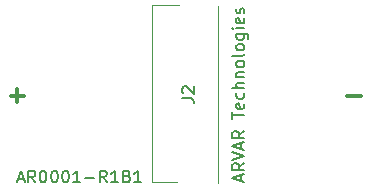
<source format=gto>
G04 #@! TF.FileFunction,Legend,Top*
%FSLAX46Y46*%
G04 Gerber Fmt 4.6, Leading zero omitted, Abs format (unit mm)*
G04 Created by KiCad (PCBNEW 4.0.7) date 12/19/17 23:32:23*
%MOMM*%
%LPD*%
G01*
G04 APERTURE LIST*
%ADD10C,0.100000*%
%ADD11C,0.150000*%
%ADD12C,0.300000*%
%ADD13C,0.120000*%
G04 APERTURE END LIST*
D10*
D11*
X135785714Y-107166667D02*
X136261905Y-107166667D01*
X135690476Y-107452381D02*
X136023809Y-106452381D01*
X136357143Y-107452381D01*
X137261905Y-107452381D02*
X136928571Y-106976190D01*
X136690476Y-107452381D02*
X136690476Y-106452381D01*
X137071429Y-106452381D01*
X137166667Y-106500000D01*
X137214286Y-106547619D01*
X137261905Y-106642857D01*
X137261905Y-106785714D01*
X137214286Y-106880952D01*
X137166667Y-106928571D01*
X137071429Y-106976190D01*
X136690476Y-106976190D01*
X137880952Y-106452381D02*
X137976191Y-106452381D01*
X138071429Y-106500000D01*
X138119048Y-106547619D01*
X138166667Y-106642857D01*
X138214286Y-106833333D01*
X138214286Y-107071429D01*
X138166667Y-107261905D01*
X138119048Y-107357143D01*
X138071429Y-107404762D01*
X137976191Y-107452381D01*
X137880952Y-107452381D01*
X137785714Y-107404762D01*
X137738095Y-107357143D01*
X137690476Y-107261905D01*
X137642857Y-107071429D01*
X137642857Y-106833333D01*
X137690476Y-106642857D01*
X137738095Y-106547619D01*
X137785714Y-106500000D01*
X137880952Y-106452381D01*
X138833333Y-106452381D02*
X138928572Y-106452381D01*
X139023810Y-106500000D01*
X139071429Y-106547619D01*
X139119048Y-106642857D01*
X139166667Y-106833333D01*
X139166667Y-107071429D01*
X139119048Y-107261905D01*
X139071429Y-107357143D01*
X139023810Y-107404762D01*
X138928572Y-107452381D01*
X138833333Y-107452381D01*
X138738095Y-107404762D01*
X138690476Y-107357143D01*
X138642857Y-107261905D01*
X138595238Y-107071429D01*
X138595238Y-106833333D01*
X138642857Y-106642857D01*
X138690476Y-106547619D01*
X138738095Y-106500000D01*
X138833333Y-106452381D01*
X139785714Y-106452381D02*
X139880953Y-106452381D01*
X139976191Y-106500000D01*
X140023810Y-106547619D01*
X140071429Y-106642857D01*
X140119048Y-106833333D01*
X140119048Y-107071429D01*
X140071429Y-107261905D01*
X140023810Y-107357143D01*
X139976191Y-107404762D01*
X139880953Y-107452381D01*
X139785714Y-107452381D01*
X139690476Y-107404762D01*
X139642857Y-107357143D01*
X139595238Y-107261905D01*
X139547619Y-107071429D01*
X139547619Y-106833333D01*
X139595238Y-106642857D01*
X139642857Y-106547619D01*
X139690476Y-106500000D01*
X139785714Y-106452381D01*
X141071429Y-107452381D02*
X140500000Y-107452381D01*
X140785714Y-107452381D02*
X140785714Y-106452381D01*
X140690476Y-106595238D01*
X140595238Y-106690476D01*
X140500000Y-106738095D01*
X141500000Y-107071429D02*
X142261905Y-107071429D01*
X143309524Y-107452381D02*
X142976190Y-106976190D01*
X142738095Y-107452381D02*
X142738095Y-106452381D01*
X143119048Y-106452381D01*
X143214286Y-106500000D01*
X143261905Y-106547619D01*
X143309524Y-106642857D01*
X143309524Y-106785714D01*
X143261905Y-106880952D01*
X143214286Y-106928571D01*
X143119048Y-106976190D01*
X142738095Y-106976190D01*
X144261905Y-107452381D02*
X143690476Y-107452381D01*
X143976190Y-107452381D02*
X143976190Y-106452381D01*
X143880952Y-106595238D01*
X143785714Y-106690476D01*
X143690476Y-106738095D01*
X145023810Y-106928571D02*
X145166667Y-106976190D01*
X145214286Y-107023810D01*
X145261905Y-107119048D01*
X145261905Y-107261905D01*
X145214286Y-107357143D01*
X145166667Y-107404762D01*
X145071429Y-107452381D01*
X144690476Y-107452381D01*
X144690476Y-106452381D01*
X145023810Y-106452381D01*
X145119048Y-106500000D01*
X145166667Y-106547619D01*
X145214286Y-106642857D01*
X145214286Y-106738095D01*
X145166667Y-106833333D01*
X145119048Y-106880952D01*
X145023810Y-106928571D01*
X144690476Y-106928571D01*
X146214286Y-107452381D02*
X145642857Y-107452381D01*
X145928571Y-107452381D02*
X145928571Y-106452381D01*
X145833333Y-106595238D01*
X145738095Y-106690476D01*
X145642857Y-106738095D01*
X154666667Y-107309525D02*
X154666667Y-106833334D01*
X154952381Y-107404763D02*
X153952381Y-107071430D01*
X154952381Y-106738096D01*
X154952381Y-105833334D02*
X154476190Y-106166668D01*
X154952381Y-106404763D02*
X153952381Y-106404763D01*
X153952381Y-106023810D01*
X154000000Y-105928572D01*
X154047619Y-105880953D01*
X154142857Y-105833334D01*
X154285714Y-105833334D01*
X154380952Y-105880953D01*
X154428571Y-105928572D01*
X154476190Y-106023810D01*
X154476190Y-106404763D01*
X153952381Y-105547620D02*
X154952381Y-105214287D01*
X153952381Y-104880953D01*
X154666667Y-104595239D02*
X154666667Y-104119048D01*
X154952381Y-104690477D02*
X153952381Y-104357144D01*
X154952381Y-104023810D01*
X154952381Y-103119048D02*
X154476190Y-103452382D01*
X154952381Y-103690477D02*
X153952381Y-103690477D01*
X153952381Y-103309524D01*
X154000000Y-103214286D01*
X154047619Y-103166667D01*
X154142857Y-103119048D01*
X154285714Y-103119048D01*
X154380952Y-103166667D01*
X154428571Y-103214286D01*
X154476190Y-103309524D01*
X154476190Y-103690477D01*
X153952381Y-102071429D02*
X153952381Y-101500000D01*
X154952381Y-101785715D02*
X153952381Y-101785715D01*
X154904762Y-100785714D02*
X154952381Y-100880952D01*
X154952381Y-101071429D01*
X154904762Y-101166667D01*
X154809524Y-101214286D01*
X154428571Y-101214286D01*
X154333333Y-101166667D01*
X154285714Y-101071429D01*
X154285714Y-100880952D01*
X154333333Y-100785714D01*
X154428571Y-100738095D01*
X154523810Y-100738095D01*
X154619048Y-101214286D01*
X154904762Y-99880952D02*
X154952381Y-99976190D01*
X154952381Y-100166667D01*
X154904762Y-100261905D01*
X154857143Y-100309524D01*
X154761905Y-100357143D01*
X154476190Y-100357143D01*
X154380952Y-100309524D01*
X154333333Y-100261905D01*
X154285714Y-100166667D01*
X154285714Y-99976190D01*
X154333333Y-99880952D01*
X154952381Y-99452381D02*
X153952381Y-99452381D01*
X154952381Y-99023809D02*
X154428571Y-99023809D01*
X154333333Y-99071428D01*
X154285714Y-99166666D01*
X154285714Y-99309524D01*
X154333333Y-99404762D01*
X154380952Y-99452381D01*
X154285714Y-98547619D02*
X154952381Y-98547619D01*
X154380952Y-98547619D02*
X154333333Y-98500000D01*
X154285714Y-98404762D01*
X154285714Y-98261904D01*
X154333333Y-98166666D01*
X154428571Y-98119047D01*
X154952381Y-98119047D01*
X154952381Y-97500000D02*
X154904762Y-97595238D01*
X154857143Y-97642857D01*
X154761905Y-97690476D01*
X154476190Y-97690476D01*
X154380952Y-97642857D01*
X154333333Y-97595238D01*
X154285714Y-97500000D01*
X154285714Y-97357142D01*
X154333333Y-97261904D01*
X154380952Y-97214285D01*
X154476190Y-97166666D01*
X154761905Y-97166666D01*
X154857143Y-97214285D01*
X154904762Y-97261904D01*
X154952381Y-97357142D01*
X154952381Y-97500000D01*
X154952381Y-96595238D02*
X154904762Y-96690476D01*
X154809524Y-96738095D01*
X153952381Y-96738095D01*
X154952381Y-96071428D02*
X154904762Y-96166666D01*
X154857143Y-96214285D01*
X154761905Y-96261904D01*
X154476190Y-96261904D01*
X154380952Y-96214285D01*
X154333333Y-96166666D01*
X154285714Y-96071428D01*
X154285714Y-95928570D01*
X154333333Y-95833332D01*
X154380952Y-95785713D01*
X154476190Y-95738094D01*
X154761905Y-95738094D01*
X154857143Y-95785713D01*
X154904762Y-95833332D01*
X154952381Y-95928570D01*
X154952381Y-96071428D01*
X154285714Y-94880951D02*
X155095238Y-94880951D01*
X155190476Y-94928570D01*
X155238095Y-94976189D01*
X155285714Y-95071428D01*
X155285714Y-95214285D01*
X155238095Y-95309523D01*
X154904762Y-94880951D02*
X154952381Y-94976189D01*
X154952381Y-95166666D01*
X154904762Y-95261904D01*
X154857143Y-95309523D01*
X154761905Y-95357142D01*
X154476190Y-95357142D01*
X154380952Y-95309523D01*
X154333333Y-95261904D01*
X154285714Y-95166666D01*
X154285714Y-94976189D01*
X154333333Y-94880951D01*
X154952381Y-94404761D02*
X154285714Y-94404761D01*
X153952381Y-94404761D02*
X154000000Y-94452380D01*
X154047619Y-94404761D01*
X154000000Y-94357142D01*
X153952381Y-94404761D01*
X154047619Y-94404761D01*
X154904762Y-93547618D02*
X154952381Y-93642856D01*
X154952381Y-93833333D01*
X154904762Y-93928571D01*
X154809524Y-93976190D01*
X154428571Y-93976190D01*
X154333333Y-93928571D01*
X154285714Y-93833333D01*
X154285714Y-93642856D01*
X154333333Y-93547618D01*
X154428571Y-93499999D01*
X154523810Y-93499999D01*
X154619048Y-93976190D01*
X154904762Y-93119047D02*
X154952381Y-93023809D01*
X154952381Y-92833333D01*
X154904762Y-92738094D01*
X154809524Y-92690475D01*
X154761905Y-92690475D01*
X154666667Y-92738094D01*
X154619048Y-92833333D01*
X154619048Y-92976190D01*
X154571429Y-93071428D01*
X154476190Y-93119047D01*
X154428571Y-93119047D01*
X154333333Y-93071428D01*
X154285714Y-92976190D01*
X154285714Y-92833333D01*
X154333333Y-92738094D01*
D12*
X163678572Y-100107143D02*
X164821429Y-100107143D01*
X135178572Y-100107143D02*
X136321429Y-100107143D01*
X135750000Y-100678571D02*
X135750000Y-99535714D01*
D13*
X147110000Y-92450000D02*
X149440000Y-92450000D01*
X147110000Y-107440000D02*
X149230000Y-107440000D01*
X147110000Y-92450000D02*
X147110000Y-107440000D01*
X152750000Y-92500000D02*
X152750000Y-107490000D01*
D11*
X149702381Y-100333333D02*
X150416667Y-100333333D01*
X150559524Y-100380953D01*
X150654762Y-100476191D01*
X150702381Y-100619048D01*
X150702381Y-100714286D01*
X149797619Y-99904762D02*
X149750000Y-99857143D01*
X149702381Y-99761905D01*
X149702381Y-99523809D01*
X149750000Y-99428571D01*
X149797619Y-99380952D01*
X149892857Y-99333333D01*
X149988095Y-99333333D01*
X150130952Y-99380952D01*
X150702381Y-99952381D01*
X150702381Y-99333333D01*
M02*

</source>
